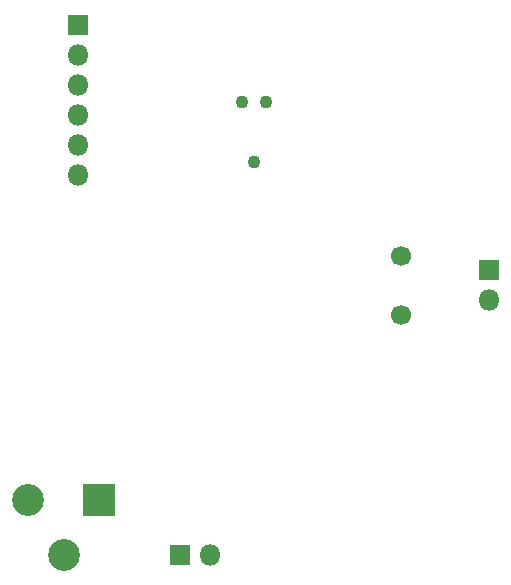
<source format=gbr>
%TF.GenerationSoftware,KiCad,Pcbnew,(5.1.6)-1*%
%TF.CreationDate,2021-07-30T18:26:22-07:00*%
%TF.ProjectId,Coil Driver,436f696c-2044-4726-9976-65722e6b6963,rev?*%
%TF.SameCoordinates,Original*%
%TF.FileFunction,Soldermask,Bot*%
%TF.FilePolarity,Negative*%
%FSLAX46Y46*%
G04 Gerber Fmt 4.6, Leading zero omitted, Abs format (unit mm)*
G04 Created by KiCad (PCBNEW (5.1.6)-1) date 2021-07-30 18:26:22*
%MOMM*%
%LPD*%
G01*
G04 APERTURE LIST*
%ADD10O,1.800000X1.800000*%
%ADD11R,1.800000X1.800000*%
%ADD12C,1.090600*%
%ADD13C,2.700000*%
%ADD14R,2.700000X2.700000*%
%ADD15C,1.700000*%
G04 APERTURE END LIST*
D10*
%TO.C,L2*%
X169900000Y-99240000D03*
D11*
X169900000Y-96700000D03*
%TD*%
D10*
%TO.C,J4*%
X135100000Y-88600000D03*
X135100000Y-86060000D03*
X135100000Y-83520000D03*
X135100000Y-80980000D03*
X135100000Y-78440000D03*
D11*
X135100000Y-75900000D03*
%TD*%
D12*
%TO.C,J3*%
X151016000Y-82460000D03*
X148984000Y-82460000D03*
X150000000Y-87540000D03*
%TD*%
D10*
%TO.C,J2*%
X146340000Y-120800000D03*
D11*
X143800000Y-120800000D03*
%TD*%
D13*
%TO.C,J1*%
X133900000Y-120800000D03*
X130900000Y-116100000D03*
D14*
X136900000Y-116100000D03*
%TD*%
D15*
%TO.C,C17*%
X162500000Y-95500000D03*
X162500000Y-100500000D03*
%TD*%
M02*

</source>
